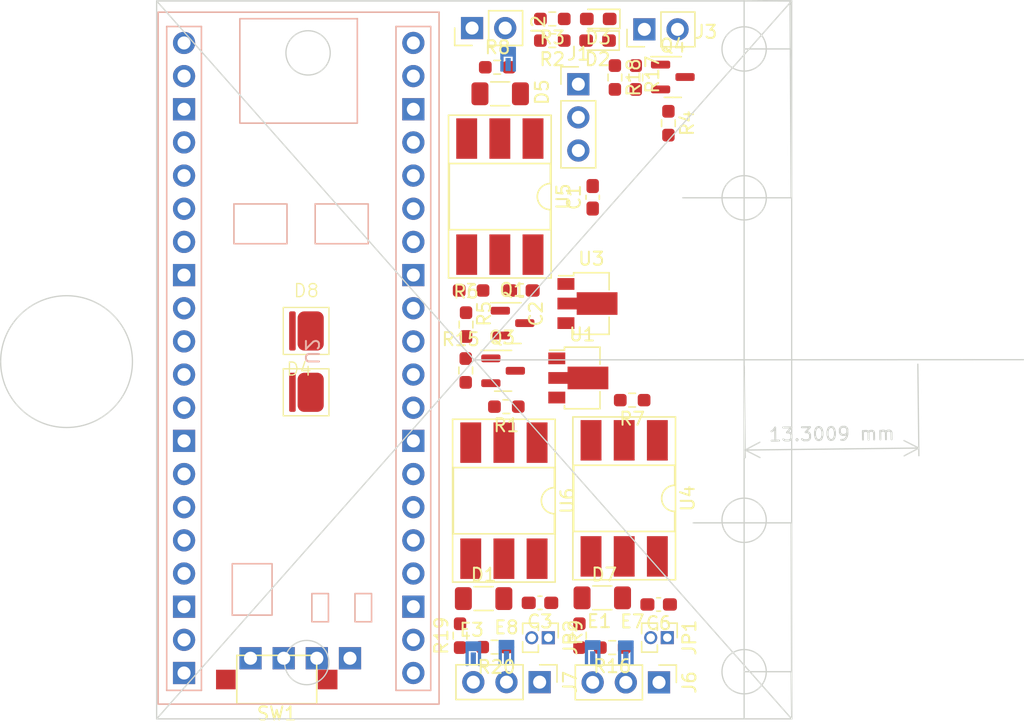
<source format=kicad_pcb>
(kicad_pcb (version 20221018) (generator pcbnew)
  (layers (0 "F.Cu" signal) (31 "B.Cu" signal) (34 "B.Paste" user) (35 "F.Paste" user) (36 "B.SilkS" user "B.Silkscreen") (37 "F.SilkS" user "F.Silkscreen") (38 "B.Mask" user) (39 "F.Mask" user) (44 "Edge.Cuts" user))
  (net 0 "")
  (net 1 "USER_BUTTON")
  (net 2 "GND")
  (net 3 "+3.3V")
  (net 4 "+5F")
  (net 5 "GND1")
  (net 6 "Net-(D1-A1)")
  (net 7 "GND2")
  (net 8 "Net-(D2-A)")
  (net 9 "Net-(D3-A)")
  (net 10 "Net-(D4-A)")
  (net 11 "Net-(D5-A1)")
  (net 12 "Net-(D7-A1)")
  (net 13 "Net-(D8-A)")
  (net 14 "Net-(J2-Pin_2)")
  (net 15 "Net-(J6-Pin_2)")
  (net 16 "Net-(J7-Pin_2)")
  (net 17 "Net-(J3-Pin_1)")
  (net 18 "Net-(J6-Pin_1)")
  (net 19 "Net-(J7-Pin_1)")
  (net 20 "DOTS_PROJECTOR_2")
  (net 21 "+5V")
  (net 22 "Net-(Q1-D)")
  (net 23 "DOTS_PROJECTOR_1")
  (net 24 "Net-(Q3-D)")
  (net 25 "LESER_LINE")
  (net 26 "Net-(Q4-D)")
  (net 27 "Net-(R1-Pad1)")
  (net 28 "TRIG_OUTPUT_2")
  (net 29 "LED_2")
  (net 30 "LED_1")
  (net 31 "TRIG_INPUT")
  (net 32 "Net-(R7-Pad1)")
  (net 33 "TRIG_OUTPUT_1")
  (footprint "Resistor_SMD:R_1206_3216Metric_Pad1.30x1.75mm_HandSolder" (layer "F.Cu") (at 97.636 115.443)
    (fp_text reference "D7" (at 0.153 -1.778) (layer "F.SilkS"))
    (fp_text value "CDSOD323-T05C" hide)
    (fp_line (start -0.727064 -0.91) (end 0.727064 -0.91) (stroke (width 0.12)) (layer "F.SilkS"))
    (fp_line (start -0.727064 0.91) (end 0.727064 0.91) (stroke (width 0.12)) (layer "F.SilkS"))
    (pad "1" smd roundrect (at -1.55 0) (size 1.3 1.75) (layers "F.Cu" "F.Paste" "F.Mask") (roundrect_rratio 0.192308) (net 12 "Net-(D7-A1)"))
    (pad "2" smd roundrect (at 1.55 0) (size 1.3 1.75) (layers "F.Cu" "F.Paste" "F.Mask") (roundrect_rratio 0.192308) (net 7 "GND2"))
  )
  (footprint "Package_DIP:DIP-6_W8.89mm_SMDSocket_LongPads" (layer "F.Cu") (at 99.313 107.823 -90)
    (fp_text reference "U4" (at 0 -4.87 90) (layer "F.SilkS"))
    (fp_text value "H11L2" hide)
    (fp_line (start -6.235 -3.93) (end -6.235 3.93) (stroke (width 0.12)) (layer "F.SilkS"))
    (fp_line (start -6.235 3.93) (end 6.235 3.93) (stroke (width 0.12)) (layer "F.SilkS"))
    (fp_line (start -2.535 -3.87) (end -2.535 3.87) (stroke (width 0.12)) (layer "F.SilkS"))
    (fp_line (start -2.535 3.87) (end 2.535 3.87) (stroke (width 0.12)) (layer "F.SilkS"))
    (fp_line (start -1 -3.87) (end -2.535 -3.87) (stroke (width 0.12)) (layer "F.SilkS"))
    (fp_line (start 2.535 -3.87) (end 1 -3.87) (stroke (width 0.12)) (layer "F.SilkS"))
    (fp_line (start 2.535 3.87) (end 2.535 -3.87) (stroke (width 0.12)) (layer "F.SilkS"))
    (fp_line (start 6.235 -3.93) (end -6.235 -3.93) (stroke (width 0.12)) (layer "F.SilkS"))
    (fp_line (start 6.235 3.93) (end 6.235 -3.93) (stroke (width 0.12)) (layer "F.SilkS"))
    (fp_arc (start 1 -3.87) (mid 0 -2.87) (end -1 -3.87) (stroke (width 0.12)) (layer "F.SilkS"))
    (pad "1" smd rect (at -4.445 -2.54 270) (size 3.1 1.6) (layers "F.Cu" "F.Paste" "F.Mask") (net 32 "Net-(R7-Pad1)"))
    (pad "2" smd rect (at -4.445 0 270) (size 3.1 1.6) (layers "F.Cu" "F.Paste" "F.Mask") (net 2 "GND"))
    (pad "3" smd rect (at -4.445 2.54 270) (size 3.1 1.6) (layers "F.Cu" "F.Paste" "F.Mask"))
    (pad "4" smd rect (at 4.445 2.54 270) (size 3.1 1.6) (layers "F.Cu" "F.Paste" "F.Mask") (net 12 "Net-(D7-A1)"))
    (pad "5" smd rect (at 4.445 0 270) (size 3.1 1.6) (layers "F.Cu" "F.Paste" "F.Mask") (net 7 "GND2"))
    (pad "6" smd rect (at 4.445 -2.54 270) (size 3.1 1.6) (layers "F.Cu" "F.Paste" "F.Mask") (net 4 "+5F"))
  )
  (footprint "LED_SMD:LED_0603_1608Metric_Pad1.05x0.95mm_HandSolder" (layer "F.Cu") (at 97.275 72.759 180)
    (fp_text reference "D2" (at 0 -1.43) (layer "F.SilkS"))
    (fp_text value "LED" hide)
    (fp_line (start -1.66 -0.735) (end -1.66 0.735) (stroke (width 0.12)) (layer "F.SilkS"))
    (fp_line (start -1.66 0.735) (end 0.8 0.735) (stroke (width 0.12)) (layer "F.SilkS"))
    (fp_line (start 0.8 -0.735) (end -1.66 -0.735) (stroke (width 0.12)) (layer "F.SilkS"))
    (pad "1" smd roundrect (at -0.875 0 180) (size 1.05 0.95) (layers "F.Cu" "F.Paste" "F.Mask") (net 2 "GND"))
    (pad "2" smd roundrect (at 0.875 0 180) (size 1.05 0.95) (layers "F.Cu" "F.Paste" "F.Mask") (net 8 "Net-(D2-A)"))
  )
  (footprint "footprint_library:BELICE-850" (layer "F.Cu") (at 77.3 98.2)
    (fp_text reference "D8" (at -2.335 -6.289 unlocked) (layer "F.SilkS") (effects (font (thickness 0.1))))
    (fp_text value "BELICE-850" hide)
    (fp_line (start -4.1 -5) (end -4.1 -4.9) (stroke (width 0.1)) (layer "F.SilkS"))
    (fp_line (start -4.1 -4.9) (end -4.1 -1.4) (stroke (width 0.1)) (layer "F.SilkS"))
    (fp_line (start -4.1 -1.4) (end -0.6 -1.4) (stroke (width 0.1)) (layer "F.SilkS"))
    (fp_line (start -0.6 -5) (end -4.1 -5) (stroke (width 0.1)) (layer "F.SilkS"))
    (fp_line (start -0.6 -1.4) (end -0.6 -5) (stroke (width 0.1)) (layer "F.SilkS"))
    (pad "1" smd roundrect (at -2 -3.2) (size 2 3) (layers "F.Cu" "F.Paste" "F.Mask") (net 2 "GND"))
    (pad "2" smd roundrect (at -3.4 -3.2) (size 0.5 3) (layers "F.Cu" "F.Paste" "F.Mask") (net 13 "Net-(D8-A)"))
  )
  (footprint "Capacitor_SMD:C_0603_1608Metric_Pad1.08x0.95mm_HandSolder" (layer "F.Cu") (at 91.4375 91.9 180)
    (fp_text reference "C2" (at -1.1165 -1.778 90) (layer "F.SilkS"))
    (fp_text value "0.1uF" hide)
    (fp_line (start -0.146267 -0.51) (end 0.146267 -0.51) (stroke (width 0.12)) (layer "F.SilkS"))
    (fp_line (start -0.146267 0.51) (end 0.146267 0.51) (stroke (width 0.12)) (layer "F.SilkS"))
    (pad "1" smd roundrect (at -0.8625 0 180) (size 1.075 0.95) (layers "F.Cu" "F.Paste" "F.Mask") (net 3 "+3.3V"))
    (pad "2" smd roundrect (at 0.8625 0 180) (size 1.075 0.95) (layers "F.Cu" "F.Paste" "F.Mask") (net 2 "GND"))
  )
  (footprint "Resistor_SMD:R_0603_1608Metric_Pad0.98x0.95mm_HandSolder" (layer "F.Cu") (at 89.5875 74.803)
    (fp_text reference "R8" (at 0.0235 -1.524) (layer "F.SilkS"))
    (fp_text value "240" hide)
    (fp_line (start -0.254724 -0.5225) (end 0.254724 -0.5225) (stroke (width 0.12)) (layer "F.SilkS"))
    (fp_line (start -0.254724 0.5225) (end 0.254724 0.5225) (stroke (width 0.12)) (layer "F.SilkS"))
    (pad "1" smd roundrect (at -0.9125 0) (size 0.975 0.95) (layers "F.Cu" "F.Paste" "F.Mask") (net 14 "Net-(J2-Pin_2)"))
    (pad "2" smd roundrect (at 0.9125 0) (size 0.975 0.95) (layers "F.Cu" "F.Paste" "F.Mask") (net 11 "Net-(D5-A1)"))
  )
  (footprint "Resistor_SMD:R_0603_1608Metric_Pad0.98x0.95mm_HandSolder" (layer "F.Cu") (at 89.3845 119.215 180)
    (fp_text reference "R20" (at -0.1505 -1.524) (layer "F.SilkS"))
    (fp_text value "100" hide)
    (fp_line (start -0.254724 -0.5225) (end 0.254724 -0.5225) (stroke (width 0.12)) (layer "F.SilkS"))
    (fp_line (start -0.254724 0.5225) (end 0.254724 0.5225) (stroke (width 0.12)) (layer "F.SilkS"))
    (pad "1" smd roundrect (at -0.9125 0 180) (size 0.975 0.95) (layers "F.Cu" "F.Paste" "F.Mask") (net 16 "Net-(J7-Pin_2)"))
    (pad "2" smd roundrect (at 0.9125 0 180) (size 0.975 0.95) (layers "F.Cu" "F.Paste" "F.Mask") (net 6 "Net-(D1-A1)"))
  )
  (footprint "Resistor_SMD:R_1206_3216Metric_Pad1.30x1.75mm_HandSolder" (layer "F.Cu") (at 89.815 76.835 180)
    (fp_text reference "D5" (at -3.201 0.127 90) (layer "F.SilkS"))
    (fp_text value "CDSOD323-T05C" hide)
    (fp_line (start -0.727064 -0.91) (end 0.727064 -0.91) (stroke (width 0.12)) (layer "F.SilkS"))
    (fp_line (start -0.727064 0.91) (end 0.727064 0.91) (stroke (width 0.12)) (layer "F.SilkS"))
    (pad "1" smd roundrect (at -1.55 0 180) (size 1.3 1.75) (layers "F.Cu" "F.Paste" "F.Mask") (roundrect_rratio 0.192308) (net 11 "Net-(D5-A1)"))
    (pad "2" smd roundrect (at 1.55 0 180) (size 1.3 1.75) (layers "F.Cu" "F.Paste" "F.Mask") (roundrect_rratio 0.192308) (net 5 "GND1"))
  )
  (footprint "Package_TO_SOT_SMD:SOT-89-3" (layer "F.Cu") (at 96.8 92.9)
    (fp_text reference "U3" (at 0 -3.429) (layer "F.SilkS"))
    (fp_text value "AMC7135" hide)
    (fp_line (start -2.5 -2.13) (end -1.36 -2.13) (stroke (width 0.12)) (layer "F.SilkS"))
    (fp_line (start -1.36 -2.36) (end -1.36 -2.13) (stroke (width 0.12)) (layer "F.SilkS"))
    (fp_line (start -1.36 -2.36) (end 1.36 -2.36) (stroke (width 0.12)) (layer "F.SilkS"))
    (fp_line (start -1.36 2.36) (end -1.36 2.13) (stroke (width 0.12)) (layer "F.SilkS"))
    (fp_line (start 1.36 -2.36) (end 1.36 -1.05) (stroke (width 0.12)) (layer "F.SilkS"))
    (fp_line (start 1.36 1.05) (end 1.36 2.36) (stroke (width 0.12)) (layer "F.SilkS"))
    (fp_line (start 1.36 2.36) (end -1.36 2.36) (stroke (width 0.12)) (layer "F.SilkS"))
    (pad "1" smd rect (at -1.95 -1.5) (size 1.3 0.9) (layers "F.Cu" "F.Paste" "F.Mask") (net 13 "Net-(D8-A)"))
    (pad "2" smd custom (at -1.8625 0) (size 1.475 0.9) (layers "F.Cu" "F.Paste" "F.Mask") (net 2 "GND") (options (clearance outline) (anchor rect)) (primitives (gr_poly (pts (xy 3.8625 0.8665) (xy 0.7375 0.8665) (xy 0.7375 -0.8665) (xy 3.8625 -0.8665)) (width 0) (fill yes))))
    (pad "3" smd rect (at -1.95 1.5) (size 1.3 0.9) (layers "F.Cu" "F.Paste" "F.Mask") (net 22 "Net-(Q1-D)"))
  )
  (footprint "Resistor_SMD:R_0603_1608Metric_Pad0.98x0.95mm_HandSolder" (layer "F.Cu") (at 93.8065 72.759 180)
    (fp_text reference "R2" (at 0 -1.43) (layer "F.SilkS"))
    (fp_text value "300" hide)
    (fp_line (start -0.254724 -0.5225) (end 0.254724 -0.5225) (stroke (width 0.12)) (layer "F.SilkS"))
    (fp_line (start -0.254724 0.5225) (end 0.254724 0.5225) (stroke (width 0.12)) (layer "F.SilkS"))
    (pad "1" smd roundrect (at -0.9125 0 180) (size 0.975 0.95) (layers "F.Cu" "F.Paste" "F.Mask") (net 8 "Net-(D2-A)"))
    (pad "2" smd roundrect (at 0.9125 0 180) (size 0.975 0.95) (layers "F.Cu" "F.Paste" "F.Mask") (net 29 "LED_2"))
  )
  (footprint "Connector_PinHeader_2.54mm:PinHeader_1x03_P2.54mm_Vertical" (layer "F.Cu") (at 95.8 76.1)
    (fp_text reference "J1" (at 0 -2.33) (layer "F.SilkS"))
    (fp_text value "GND" hide)
    (fp_line (start -1.33 -1.33) (end 0 -1.33) (stroke (width 0.12)) (layer "F.SilkS"))
    (fp_line (start -1.33 0) (end -1.33 -1.33) (stroke (width 0.12)) (layer "F.SilkS"))
    (fp_line (start -1.33 1.27) (end -1.33 6.41) (stroke (width 0.12)) (layer "F.SilkS"))
    (fp_line (start -1.33 1.27) (end 1.33 1.27) (stroke (width 0.12)) (layer "F.SilkS"))
    (fp_line (start -1.33 6.41) (end 1.33 6.41) (stroke (width 0.12)) (layer "F.SilkS"))
    (fp_line (start 1.33 1.27) (end 1.33 6.41) (stroke (width 0.12)) (layer "F.SilkS"))
    (pad "1" thru_hole rect (at 0 0) (size 1.7 1.7) (drill 1) (layers "*.Cu" "*.Mask") (net 2 "GND"))
    (pad "2" thru_hole oval (at 0 2.54) (size 1.7 1.7) (drill 1) (layers "*.Cu" "*.Mask") (net 2 "GND"))
    (pad "3" thru_hole oval (at 0 5.08) (size 1.7 1.7) (drill 1) (layers "*.Cu" "*.Mask") (net 2 "GND"))
  )
  (footprint "footprint_library:SparkGap" (layer "F.Cu") (at 87.757 119.323)
    (fp_text reference "E3" (at -0.127 -1.4288) (layer "F.SilkS"))
    (fp_text value "SparkGap" hide)
    (fp_poly (pts (xy -0.4 1.3) (xy -0.55 1.3) (xy -0.55 0) (xy -0.4 0)) (stroke (width 0.1)) (fill solid) (layer "B.Cu"))
    (fp_poly (pts (xy 0.4572 0.1524) (xy -0.4064 0.1524) (xy -0.4064 -0.0508) (xy 0.4572 -0.0508)) (stroke (width 0.1)) (fill solid) (layer "B.Cu"))
    (fp_poly (pts (xy 0.55 0) (xy -0.55 0) (xy -0.55 -0.5) (xy 0.55 -0.5)) (stroke (width 0.1)) (fill solid) (layer "B.Cu"))
    (fp_poly (pts (xy 0.55 1.3) (xy 0.4 1.3) (xy 0.4 0) (xy 0.55 0)) (stroke (width 0.1)) (fill solid) (layer "B.Cu"))
    (pad "1" smd rect (at 0 0.8) (size 0.4 1) (layers "B.Cu" "B.Mask") (net 7 "GND2"))
    (pad "2" smd rect (at 0 -0.2032) (size 0.4 0.3) (layers "B.Cu") (net 4 "+5F"))
  )
  (footprint "Resistor_SMD:R_0603_1608Metric_Pad0.98x0.95mm_HandSolder" (layer "F.Cu") (at 90.2875 100.8 180)
    (fp_text reference "R1" (at 0 -1.43) (layer "F.SilkS"))
    (fp_text value "220" hide)
    (fp_line (start -0.254724 -0.5225) (end 0.254724 -0.5225) (stroke (width 0.12)) (layer "F.SilkS"))
    (fp_line (start -0.254724 0.5225) (end 0.254724 0.5225) (stroke (width 0.12)) (layer "F.SilkS"))
    (pad "1" smd roundrect (at -0.9125 0 180) (size 0.975 0.95) (layers "F.Cu" "F.Paste" "F.Mask") (net 27 "Net-(R1-Pad1)"))
    (pad "2" smd roundrect (at 0.9125 0 180) (size 0.975 0.95) (layers "F.Cu" "F.Paste" "F.Mask") (net 28 "TRIG_OUTPUT_2"))
  )
  (footprint "Package_TO_SOT_SMD:SOT-23" (layer "F.Cu") (at 90.7625 94.4)
    (fp_text reference "Q1" (at 0 -2.54) (layer "F.SilkS"))
    (fp_text value "FDN358P" hide)
    (fp_line (start 0 -1.56) (end -1.675 -1.56) (stroke (width 0.12)) (layer "F.SilkS"))
    (fp_line (start 0 -1.56) (end 0.65 -1.56) (stroke (width 0.12)) (layer "F.SilkS"))
    (fp_line (start 0 1.56) (end -0.65 1.56) (stroke (width 0.12)) (layer "F.SilkS"))
    (fp_line (start 0 1.56) (end 0.65 1.56) (stroke (width 0.12)) (layer "F.SilkS"))
    (pad "1" smd roundrect (at -0.9375 -0.95) (size 1.475 0.6) (layers "F.Cu" "F.Paste" "F.Mask") (net 20 "DOTS_PROJECTOR_2"))
    (pad "2" smd roundrect (at -0.9375 0.95) (size 1.475 0.6) (layers "F.Cu" "F.Paste" "F.Mask") (net 21 "+5V"))
    (pad "3" smd roundrect (at 0.9375 0) (size 1.475 0.6) (layers "F.Cu" "F.Paste" "F.Mask") (net 22 "Net-(Q1-D)"))
  )
  (footprint "Resistor_SMD:R_0603_1608Metric_Pad0.98x0.95mm_HandSolder" (layer "F.Cu") (at 98.4005 119.253 180)
    (fp_text reference "R16" (at 0 -1.43) (layer "F.SilkS"))
    (fp_text value "100" hide)
    (fp_line (start -0.254724 -0.5225) (end 0.254724 -0.5225) (stroke (width 0.12)) (layer "F.SilkS"))
    (fp_line (start -0.254724 0.5225) (end 0.254724 0.5225) (stroke (width 0.12)) (layer "F.SilkS"))
    (pad "1" smd roundrect (at -0.9125 0 180) (size 0.975 0.95) (layers "F.Cu" "F.Paste" "F.Mask") (net 15 "Net-(J6-Pin_2)"))
    (pad "2" smd roundrect (at 0.9125 0 180) (size 0.975 0.95) (layers "F.Cu" "F.Paste" "F.Mask") (net 12 "Net-(D7-A1)"))
  )
  (footprint "footprint_library:SparkGap" (layer "F.Cu") (at 96.9 119.234)
    (fp_text reference "E1" (at 0.5 -2) (layer "F.SilkS"))
    (fp_text value "SparkGap" hide)
    (fp_poly (pts (xy -0.4 1.3) (xy -0.55 1.3) (xy -0.55 0) (xy -0.4 0)) (stroke (width 0.1)) (fill solid) (layer "B.Cu"))
    (fp_poly (pts (xy 0.4572 0.1524) (xy -0.4064 0.1524) (xy -0.4064 -0.0508) (xy 0.4572 -0.0508)) (stroke (width 0.1)) (fill solid) (layer "B.Cu"))
    (fp_poly (pts (xy 0.55 0) (xy -0.55 0) (xy -0.55 -0.5) (xy 0.55 -0.5)) (stroke (width 0.1)) (fill solid) (layer "B.Cu"))
    (fp_poly (pts (xy 0.55 1.3) (xy 0.4 1.3) (xy 0.4 0) (xy 0.55 0)) (stroke (width 0.1)) (fill solid) (layer "B.Cu"))
    (pad "1" smd rect (at 0 0.8) (size 0.4 1) (layers "B.Cu" "B.Mask") (net 7 "GND2"))
    (pad "2" smd rect (at 0 -0.2032) (size 0.4 0.3) (layers "B.Cu") (net 4 "+5F"))
  )
  (footprint "Package_DIP:DIP-6_W8.89mm_SMDSocket_LongPads" (layer "F.Cu") (at 90.1 108 -90)
    (fp_text reference "U6" (at 0 -4.87 90) (layer "F.SilkS"))
    (fp_text value "H11L2" hide)
    (fp_line (start -6.235 -3.93) (end -6.235 3.93) (stroke (width 0.12)) (layer "F.SilkS"))
    (fp_line (start -6.235 3.93) (end 6.235 3.93) (stroke (width 0.12)) (layer "F.SilkS"))
    (fp_line (start -2.535 -3.87) (end -2.535 3.87) (stroke (width 0.12)) (layer "F.SilkS"))
    (fp_line (start -2.535 3.87) (end 2.535 3.87) (stroke (width 0.12)) (layer "F.SilkS"))
    (fp_line (start -1 -3.87) (end -2.535 -3.87) (stroke (width 0.12)) (layer "F.SilkS"))
    (fp_line (start 2.535 -3.87) (end 1 -3.87) (stroke (width 0.12)) (layer "F.SilkS"))
    (fp_line (start 2.535 3.87) (end 2.535 -3.87) (stroke (width 0.12)) (layer "F.SilkS"))
    (fp_line (start 6.235 -3.93) (end -6.235 -3.93) (stroke (width 0.12)) (layer "F.SilkS"))
    (fp_line (start 6.235 3.93) (end 6.235 -3.93) (stroke (width 0.12)) (layer "F.SilkS"))
    (fp_arc (start 1 -3.87) (mid 0 -2.87) (end -1 -3.87) (stroke (width 0.12)) (layer "F.SilkS"))
    (pad "1" smd rect (at -4.445 -2.54 270) (size 3.1 1.6) (layers "F.Cu" "F.Paste" "F.Mask") (net 27 "Net-(R1-Pad1)"))
    (pad "2" smd rect (at -4.445 0 270) (size 3.1 1.6) (layers "F.Cu" "F.Paste" "F.Mask") (net 2 "GND"))
    (pad "3" smd rect (at -4.445 2.54 270) (size 3.1 1.6) (layers "F.Cu" "F.Paste" "F.Mask"))
    (pad "4" smd rect (at 4.445 2.54 270) (size 3.1 1.6) (layers "F.Cu" "F.Paste" "F.Mask") (net 6 "Net-(D1-A1)"))
    (pad "5" smd rect (at 4.445 0 270) (size 3.1 1.6) (layers "F.Cu" "F.Paste" "F.Mask") (net 7 "GND2"))
    (pad "6" smd rect (at 4.445 -2.54 270) (size 3.1 1.6) (layers "F.Cu" "F.Paste" "F.Mask") (net 4 "+5F"))
  )
  (footprint "Resistor_SMD:R_0603_1608Metric_Pad0.98x0.95mm_HandSolder" (layer "F.Cu") (at 93.8065 71.1 180)
    (fp_text reference "R3" (at 0 -1.43) (layer "F.SilkS"))
    (fp_text value "300" hide)
    (fp_line (start -0.254724 -0.5225) (end 0.254724 -0.5225) (stroke (width 0.12)) (layer "F.SilkS"))
    (fp_line (start -0.254724 0.5225) (end 0.254724 0.5225) (stroke (width 0.12)) (layer "F.SilkS"))
    (pad "1" smd roundrect (at -0.9125 0 180) (size 0.975 0.95) (layers "F.Cu" "F.Paste" "F.Mask") (net 9 "Net-(D3-A)"))
    (pad "2" smd roundrect (at 0.9125 0 180) (size 0.975 0.95) (layers "F.Cu" "F.Paste" "F.Mask") (net 30 "LED_1"))
  )
  (footprint "Resistor_SMD:R_0603_1608Metric_Pad0.98x0.95mm_HandSolder" (layer "F.Cu") (at 100.2 75.5875 -90)
    (fp_text reference "R17" (at -0.2305 -1.27 -270) (layer "F.SilkS"))
    (fp_text value "9k" hide)
    (fp_line (start -0.254724 -0.5225) (end 0.254724 -0.5225) (stroke (width 0.12)) (layer "F.SilkS"))
    (fp_line (start -0.254724 0.5225) (end 0.254724 0.5225) (stroke (width 0.12)) (layer "F.SilkS"))
    (pad "1" smd roundrect (at -0.9125 0 270) (size 0.975 0.95) (layers "F.Cu" "F.Paste" "F.Mask") (net 25 "LESER_LINE"))
    (pad "2" smd roundrect (at 0.9125 0 270) (size 0.975 0.95) (layers "F.Cu" "F.Paste" "F.Mask") (net 3 "+3.3V"))
  )
  (footprint "Resistor_SMD:R_0603_1608Metric_Pad0.98x0.95mm_HandSolder" (layer "F.Cu") (at 86.741 118.3405 90)
    (fp_text reference "R19" (at 0 -1.43 90) (layer "F.SilkS"))
    (fp_text value "270" hide)
    (fp_line (start -0.254724 -0.5225) (end 0.254724 -0.5225) (stroke (width 0.12)) (layer "F.SilkS"))
    (fp_line (start -0.254724 0.5225) (end 0.254724 0.5225) (stroke (width 0.12)) (layer "F.SilkS"))
    (pad "1" smd roundrect (at -0.9125 0 90) (size 0.975 0.95) (layers "F.Cu" "F.Paste" "F.Mask") (net 4 "+5F"))
    (pad "2" smd roundrect (at 0.9125 0 90) (size 0.975 0.95) (layers "F.Cu" "F.Paste" "F.Mask") (net 6 "Net-(D1-A1)"))
  )
  (footprint "Connector_PinHeader_1.27mm:PinHeader_1x02_P1.27mm_Vertical" (layer "F.Cu") (at 102.615 118.491 -90)
    (fp_text reference "JP1" (at 0 -1.695 90) (layer "F.SilkS"))
    (fp_text value "GND_2" hide)
    (fp_line (start -1.11 -0.76) (end 0 -0.76) (stroke (width 0.12)) (layer "F.SilkS"))
    (fp_line (start -1.11 0) (end -1.11 -0.76) (stroke (width 0.12)) (layer "F.SilkS"))
    (fp_line (start -1.11 0.76) (end -1.11 1.965) (stroke (width 0.12)) (layer "F.SilkS"))
    (fp_line (start -1.11 0.76) (end -0.563471 0.76) (stroke (width 0.12)) (layer "F.SilkS"))
    (fp_line (start -1.11 1.965) (end -0.30753 1.965) (stroke (width 0.12)) (layer "F.SilkS"))
    (fp_line (start 0.30753 1.965) (end 1.11 1.965) (stroke (width 0.12)) (layer "F.SilkS"))
    (fp_line (start 0.563471 0.76) (end 1.11 0.76) (stroke (width 0.12)) (layer "F.SilkS"))
    (fp_line (start 1.11 0.76) (end 1.11 1.965) (stroke (width 0.12)) (layer "F.SilkS"))
    (pad "1" thru_hole rect (at 0 0 270) (size 1 1) (drill 0.65) (layers "*.Cu" "*.Mask") (net 18 "Net-(J6-Pin_1)"))
    (pad "2" thru_hole oval (at 0 1.27 270) (size 1 1) (drill 0.65) (layers "*.Cu" "*.Mask") (net 7 "GND2"))
  )
  (footprint "Package_DIP:DIP-6_W8.89mm_SMDSocket_LongPads" (layer "F.Cu") (at 89.789 84.709 -90)
    (fp_text reference "U5" (at 0 -4.87 90) (layer "F.SilkS"))
    (fp_text value "H11L2" hide)
    (fp_line (start -6.235 -3.93) (end -6.235 3.93) (stroke (width 0.12)) (layer "F.SilkS"))
    (fp_line (start -6.235 3.93) (end 6.235 3.93) (stroke (width 0.12)) (layer "F.SilkS"))
    (fp_line (start -2.535 -3.87) (end -2.535 3.87) (stroke (width 0.12)) (layer "F.SilkS"))
    (fp_line (start -2.535 3.87) (end 2.535 3.87) (stroke (width 0.12)) (layer "F.SilkS"))
    (fp_line (start -1 -3.87) (end -2.535 -3.87) (stroke (width 0.12)) (layer "F.SilkS"))
    (fp_line (start 2.535 -3.87) (end 1 -3.87) (stroke (width 0.12)) (layer "F.SilkS"))
    (fp_line (start 2.535 3.87) (end 2.535 -3.87) (stroke (width 0.12)) (layer "F.SilkS"))
    (fp_line (start 6.235 -3.93) (end -6.235 -3.93) (stroke (width 0.12)) (layer "F.SilkS"))
    (fp_line (start 6.235 3.93) (end 6.235 -3.93) (stroke (width 0.12)) (layer "F.SilkS"))
    (fp_arc (start 1 -3.87) (mid 0 -2.87) (end -1 -3.87) (stroke (width 0.12)) (layer "F.SilkS"))
    (pad "1" smd rect (at -4.445 -2.54 270) (size 3.1 1.6) (layers "F.Cu" "F.Paste" "F.Mask") (net 11 "Net-(D5-A1)"))
    (pad "2" smd rect (at -4.445 0 270) (size 3.1 1.6) (layers "F.Cu" "F.Paste" "F.Mask") (net 5 "GND1"))
    (pad "3" smd rect (at -4.445 2.54 270) (size 3.1 1.6) (layers "F.Cu" "F.Paste" "F.Mask"))
    (pad "4" smd rect (at 4.445 2.54 270) (size 3.1 1.6) (layers "F.Cu" "F.Paste" "F.Mask") (net 31 "TRIG_INPUT"))
    (pad "5" smd rect (at 4.445 0 270) (size 3.1 1.6) (layers "F.Cu" "F.Paste" "F.Mask") (net 2 "GND"))
    (pad "6" smd rect (at 4.445 -2.54 270) (size 3.1 1.6) (layers "F.Cu" "F.Paste" "F.Mask") (net 3 "+3.3V"))
  )
  (footprint "Package_TO_SOT_SMD:SOT-23" (layer "F.Cu") (at 90.0375 98.05)
    (fp_text reference "Q3" (at -0.0785 -2.54) (layer "F.SilkS"))
    (fp_text value "FDN358P" hide)
    (fp_line (start 0 -1.56) (end -1.675 -1.56) (stroke (width 0.12)) (layer "F.SilkS"))
    (fp_line (start 0 -1.56) (end 0.65 -1.56) (stroke (width 0.12)) (layer "F.SilkS"))
    (fp_line (start 0 1.56) (end -0.65 1.56) (stroke (width 0.12)) (layer "F.SilkS"))
    (fp_line (start 0 1.56) (end 0.65 1.56) (stroke (width 0.12)) (layer "F.SilkS"))
    (pad "1" smd roundrect (at -0.9375 -0.95) (size 1.475 0.6) (layers "F.Cu" "F.Paste" "F.Mask") (net 23 "DOTS_PROJECTOR_1"))
    (pad "2" smd roundrect (at -0.9375 0.95) (size 1.475 0.6) (layers "F.Cu" "F.Paste" "F.Mask") (net 21 "+5V"))
    (pad "3" smd roundrect (at 0.9375 0) (size 1.475 0.6) (layers "F.Cu" "F.Paste" "F.Mask") (net 24 "Net-(Q3-D)"))
  )
  (footprint "Connector_PinHeader_2.54mm:PinHeader_1x02_P2.54mm_Vertical" (layer "F.Cu") (at 100.86 71.9 90)
    (fp_text reference "J3" (at -0.1935 4.718) (layer "F.SilkS"))
    (fp_text value "Laser" hide)
    (fp_line (start -1.33 -1.33) (end 0 -1.33) (stroke (width 0.12)) (layer "F.SilkS"))
    (fp_line (start -1.33 0) (end -1.33 -1.33) (stroke (width 0.12)) (layer "F.SilkS"))
    (fp_line (start -1.33 1.27) (end -1.33 3.87) (stroke (width 0.12)) (layer "F.SilkS"))
    (fp_line (start -1.33 1.27) (end 1.33 1.27) (stroke (width 0.12)) (layer "F.SilkS"))
    (fp_line (start -1.33 3.87) (end 1.33 3.87) (stroke (width 0.12)) (layer "F.SilkS"))
    (fp_line (start 1.33 1.27) (end 1.33 3.87) (stroke (width 0.12)) (layer "F.SilkS"))
    (pad "1" thru_hole rect (at 0 0 90) (size 1.7 1.7) (drill 1) (layers "*.Cu" "*.Mask") (net 17 "Net-(J3-Pin_1)"))
    (pad "2" thru_hole oval (at 0 2.54 90) (size 1.7 1.7) (drill 1) (layers "*.Cu" "*.Mask") (net 2 "GND"))
  )
  (footprint "footprint_library:SparkGap" (layer "F.Cu") (at 99.44 119.253)
    (fp_text reference "E7" (at 0.5 -2) (layer "F.SilkS"))
    (fp_text value "SparkGap" hide)
    (fp_poly (pts (xy -0.4 1.3) (xy -0.55 1.3) (xy -0.55 0) (xy -0.4 0)) (stroke (width 0.1)) (fill solid) (layer "B.Cu"))
    (fp_poly (pts (xy 0.4572 0.1524) (xy -0.4064 0.1524) (xy -0.4064 -0.0508) (xy 0.4572 -0.0508)) (stroke (width 0.1)) (fill solid) (layer "B.Cu"))
    (fp_poly (pts (xy 0.55 0) (xy -0.55 0) (xy -0.55 -0.5) (xy 0.55 -0.5)) (stroke (width 0.1)) (fill solid) (layer "B.Cu"))
    (fp_poly (pts (xy 0.55 1.3) (xy 0.4 1.3) (xy 0.4 0) (xy 0.55 0)) (stroke (width 0.1)) (fill solid) (layer "B.Cu"))
    (pad "1" smd rect (at 0 0.8) (size 0.4 1) (layers "B.Cu" "B.Mask") (net 7 "GND2"))
    (pad "2" smd rect (at 0 -0.2032) (size 0.4 0.3) (layers "B.Cu") (net 15 "Net-(J6-Pin_2)"))
  )
  (footprint "Resistor_SMD:R_0603_1608Metric_Pad0.98x0.95mm_HandSolder" (layer "F.Cu") (at 87.5875 91.9 180)
    (fp_text reference "R5" (at -0.9925 -1.778 90) (layer "F.SilkS"))
    (fp_text value "300" hide)
    (fp_line (start -0.254724 -0.5225) (end 0.254724 -0.5225) (stroke (width 0.12)) (layer "F.SilkS"))
    (fp_line (start -0.254724 0.5225) (end 0.254724 0.5225) (stroke (width 0.12)) (layer "F.SilkS"))
    (pad "1" smd roundrect (at -0.9125 0 180) (size 0.975 0.95) (layers "F.Cu" "F.Paste" "F.Mask") (net 3 "+3.3V"))
    (pad "2" smd roundrect (at 0.9125 0 180) (size 0.975 0.95) (layers "F.Cu" "F.Paste" "F.Mask") (net 31 "TRIG_INPUT"))
  )
  (footprint "footprint_library:SparkGap" (layer "F.Cu") (at 90.297 119.215)
    (fp_text reference "E8" (at 0 -1.505) (layer "F.SilkS"))
    (fp_text value "SparkGap" hide)
    (fp_poly (pts (xy -0.4 1.3) (xy -0.55 1.3) (xy -0.55 0) (xy -0.4 0)) (stroke (width 0.1)) (fill solid) (layer "B.Cu"))
    (fp_poly (pts (xy 0.4572 0.1524) (xy -0.4064 0.1524) (xy -0.4064 -0.0508) (xy 0.4572 -0.0508)) (stroke (width 0.1)) (fill solid) (layer "B.Cu"))
    (fp_poly (pts (xy 0.55 0) (xy -0.55 0) (xy -0.55 -0.5) (xy 0.55 -0.5)) (stroke (width 0.1)) (fill solid) (layer "B.Cu"))
    (fp_poly (pts (xy 0.55 1.3) (xy 0.4 1.3) (xy 0.4 0) (xy 0.55 0)) (stroke (width 0.1)) (fill solid) (layer "B.Cu"))
    (pad "1" smd rect (at 0 0.8) (size 0.4 1) (layers "B.Cu" "B.Mask") (net 7 "GND2"))
    (pad "2" smd rect (at 0 -0.2032) (size 0.4 0.3) (layers "B.Cu") (net 16 "Net-(J7-Pin_2)"))
  )
  (footprint "Resistor_SMD:R_0603_1608Metric_Pad0.98x0.95mm_HandSolder" (layer "F.Cu") (at 95.884 118.3405 90)
    (fp_text reference "R9" (at 0.254 -0.287 90) (layer "F.SilkS"))
    (fp_text value "270" hide)
    (fp_line (start -0.254724 -0.5225) (end 0.254724 -0.5225) (stroke (width 0.12)) (layer "F.SilkS"))
    (fp_line (start -0.254724 0.5225) (end 0.254724 0.5225) (stroke (width 0.12)) (layer "F.SilkS"))
    (pad "1" smd roundrect (at -0.9125 0 90) (size 0.975 0.95) (layers "F.Cu" "F.Paste" "F.Mask") (net 4 "+5F"))
    (pad "2" smd roundrect (at 0.9125 0 90) (size 0.975 0.95) (layers "F.Cu" "F.Paste" "F.Mask") (net 12 "Net-(D7-A1)"))
  )
  (footprint "Resistor_SMD:R_1206_3216Metric_Pad1.30x1.75mm_HandSolder" (layer "F.Cu") (at 88.545 115.5)
    (fp_text reference "D1" (at 0 -1.82) (layer "F.SilkS"))
    (fp_text value "CDSOD323-T05C" hide)
    (fp_line (start -0.727064 -0.91) (end 0.727064 -0.91) (stroke (width 0.12)) (layer "F.SilkS"))
    (fp_line (start -0.727064 0.91) (end 0.727064 0.91) (stroke (width 0.12)) (layer "F.SilkS"))
    (pad "1" smd roundrect (at -1.55 0) (size 1.3 1.75) (layers "F.Cu" "F.Paste" "F.Mask") (roundrect_rratio 0.192308) (net 6 "Net-(D1-A1)"))
    (pad "2" smd roundrect (at 1.55 0) (size 1.3 1.75) (layers "F.Cu" "F.Paste" "F.Mask") (roundrect_rratio 0.192308) (net 7 "GND2"))
  )
  (footprint "Connector_PinHeader_1.27mm:PinHeader_1x02_P1.27mm_Vertical" (layer "F.Cu") (at 93.5 118.5 -90)
    (fp_text reference "JP2" (at 0 -1.695 90) (layer "F.SilkS"))
    (fp_text value "GND_2" hide)
    (fp_line (start -1.11 -0.76) (end 0 -0.76) (stroke (width 0.12)) (layer "F.SilkS"))
    (fp_line (start -1.11 0) (end -1.11 -0.76) (stroke (width 0.12)) (layer "F.SilkS"))
    (fp_line (start -1.11 0.76) (end -1.11 1.965) (stroke (width 0.12)) (layer "F.SilkS"))
    (fp_line (start -1.11 0.76) (end -0.563471 0.76) (stroke (width 0.12)) (layer "F.SilkS"))
    (fp_line (start -1.11 1.965) (end -0.30753 1.965) (stroke (width 0.12)) (layer "F.SilkS"))
    (fp_line (start 0.30753 1.965) (end 1.11 1.965) (stroke (width 0.12)) (layer "F.SilkS"))
    (fp_line (start 0.563471 0.76) (end 1.11 0.76) (stroke (width 0.12)) (layer "F.SilkS"))
    (fp_line (start 1.11 0.76) (end 1.11 1.965) (stroke (width 0.12)) (layer "F.SilkS"))
    (pad "1" thru_hole rect (at 0 0 270) (size 1 1) (drill 0.65) (layers "*.Cu" "*.Mask") (net 19 "Net-(J7-Pin_1)"))
    (pad "2" thru_hole oval (at 0 1.27 270) (size 1 1) (drill 0.65) (layers "*.Cu" "*.Mask") (net 7 "GND2"))
  )
  (footprint "Package_TO_SOT_SMD:SOT-23" (layer "F.Cu") (at 103.0375 75.55)
    (fp_text reference "Q4" (at 0 -2.4) (layer "F.SilkS"))
    (fp_text value "FDN358P" hide)
    (fp_line (start 0 -1.56) (end -1.675 -1.56) (stroke (width 0.12)) (layer "F.SilkS"))
    (fp_line (start 0 -1.56) (end 0.65 -1.56) (stroke (width 0.12)) (layer "F.SilkS"))
    (fp_line (start 0 1.56) (end -0.65 1.56) (stroke (width 0.12)) (layer "F.SilkS"))
    (fp_line (start 0 1.56) (end 0.65 1.56) (stroke (width 0.12)) (layer "F.SilkS"))
    (pad "1" smd roundrect (at -0.9375 -0.95) (size 1.475 0.6) (layers "F.Cu" "F.Paste" "F.Mask") (net 25 "LESER_LINE"))
    (pad "2" smd roundrect (at -0.9375 0.95) (size 1.475 0.6) (layers "F.Cu" "F.Paste" "F.Mask") (net 3 "+3.3V"))
    (pad "3" smd roundrect (at 0.9375 0) (size 1.475 0.6) (layers "F.Cu" "F.Paste" "F.Mask") (net 26 "Net-(Q4-D)"))
  )
  (footprint "footprint_library:BELICE-850" (layer "F.Cu") (at 77.3 102.899)
    (fp_text reference "D4" (at -2.889 -4.978 unlocked) (layer "F.SilkS") (effects (font (thickness 0.1))))
    (fp_text value "BELICE-850" hide)
    (fp_line (start -4.1 -5) (end -4.1 -4.9) (stroke (width 0.1)) (layer "F.SilkS"))
    (fp_line (start -4.1 -4.9) (end -4.1 -1.4) (stroke (width 0.1)) (layer "F.SilkS"))
    (fp_line (start -4.1 -1.4) (end -0.6 -1.4) (stroke (width 0.1)) (layer "F.SilkS"))
    (fp_line (start -0.6 -5) (end -4.1 -5) (stroke (width 0.1)) (layer "F.SilkS"))
    (fp_line (start -0.6 -1.4) (end -0.6 -5) (stroke (width 0.1)) (layer "F.SilkS"))
    (pad "1" smd roundrect (at -2 -3.2) (size 2 3) (layers "F.Cu" "F.Paste" "F.Mask") (net 2 "GND"))
    (pad "2" smd roundrect (at -3.4 -3.2) (size 0.5 3) (layers "F.Cu" "F.Paste" "F.Mask") (net 10 "Net-(D4-A)"))
  )
  (footprint "Resistor_SMD:R_0603_1608Metric_Pad0.98x0.95mm_HandSolder" (layer "F.Cu") (at 102.7 79.0875 -90)
    (fp_text reference "R4" (at 0 -1.43 90) (layer "F.SilkS"))
    (fp_text value "10k" hide)
    (fp_line (start -0.254724 -0.5225) (end 0.254724 -0.5225) (stroke (width 0.12)) (layer "F.SilkS"))
    (fp_line (start -0.254724 0.5225) (end 0.254724 0.5225) (stroke (width 0.12)) (layer "F.SilkS"))
    (pad "1" smd roundrect (at -0.9125 0 270) (size 0.975 0.95) (layers "F.Cu" "F.Paste" "F.Mask") (net 3 "+3.3V"))
    (pad "2" smd roundrect (at 0.9125 0 270) (size 0.975 0.95) (layers "F.Cu" "F.Paste" "F.Mask") (net 1 "USER_BUTTON"))
  )
  (footprint "LED_SMD:LED_0603_1608Metric_Pad1.05x0.95mm_HandSolder" (layer "F.Cu") (at 97.325 71.1 180)
    (fp_text reference "D3" (at 0 -1.43) (layer "F.SilkS"))
    (fp_text value "LED" hide)
    (fp_line (start -1.66 -0.735) (end -1.66 0.735) (stroke (width 0.12)) (layer "F.SilkS"))
    (fp_line (start -1.66 0.735) (end 0.8 0.735) (stroke (width 0.12)) (layer "F.SilkS"))
    (fp_line (start 0.8 -0.735) (end -1.66 -0.735) (stroke (width 0.12)) (layer "F.SilkS"))
    (pad "1" smd roundrect (at -0.875 0 180) (size 1.05 0.95) (layers "F.Cu" "F.Paste" "F.Mask") (net 2 "GND"))
    (pad "2" smd roundrect (at 0.875 0 180) (size 1.05 0.95) (layers "F.Cu" "F.Paste" "F.Mask") (net 9 "Net-(D3-A)"))
  )
  (footprint "Connector_PinHeader_2.54mm:PinHeader_1x02_P2.54mm_Vertical" (layer "F.Cu") (at 87.66 71.8 90)
    (fp_text reference "J2" (at 0.127 5.08 90) (layer "F.SilkS"))
    (fp_text value "Projector 1" hide)
    (fp_line (start -1.33 -1.33) (end 0 -1.33) (stroke (width 0.12)) (layer "F.SilkS"))
    (fp_line (start -1.33 0) (end -1.33 -1.33) (stroke (width 0.12)) (layer "F.SilkS"))
    (fp_line (start -1.33 1.27) (end -1.33 3.87) (stroke (width 0.12)) (layer "F.SilkS"))
    (fp_line (start -1.33 1.27) (end 1.33 1.27) (stroke (width 0.12)) (layer "F.SilkS"))
    (fp_line (start -1.33 3.87) (end 1.33 3.87) (stroke (width 0.12)) (layer "F.SilkS"))
    (fp_line (start 1.33 1.27) (end 1.33 3.87) (stroke (width 0.12)) (layer "F.SilkS"))
    (pad "1" thru_hole rect (at 0 0 90) (size 1.7 1.7) (drill 1) (layers "*.Cu" "*.Mask") (net 5 "GND1"))
    (pad "2" thru_hole oval (at 0 2.54 90) (size 1.7 1.7) (drill 1) (layers "*.Cu" "*.Mask") (net 14 "Net-(J2-Pin_2)"))
  )
  (footprint "Connector_PinHeader_2.54mm:PinHeader_1x03_P2.54mm_Vertical" (layer "F.Cu") (at 101.98 121.92 -90)
    (fp_text reference "J6" (at 0 -2.33 90) (layer "F.SilkS"))
    (fp_text value "Camera 1" hide)
    (fp_line (start -1.33 -1.33) (end 0 -1.33) (stroke (width 0.12)) (layer "F.SilkS"))
    (fp_line (start -1.33 0) (end -1.33 -1.33) (stroke (width 0.12)) (layer "F.SilkS"))
    (fp_line (start -1.33 1.27) (end -1.33 6.41) (stroke (width 0.12)) (layer "F.SilkS"))
    (fp_line (start -1.33 1.27) (end 1.33 1.27) (stroke (width 0.12)) (layer "F.SilkS"))
    (fp_line (start -1.33 6.41) (end 1.33 6.41) (stroke (width 0.12)) (layer "F.SilkS"))
    (fp_line (start 1.33 1.27) (end 1.33 6.41) (stroke (width 0.12)) (layer "F.SilkS"))
    (pad "1" thru_hole rect (at 0 0 270) (size 1.7 1.7) (drill 1) (layers "*.Cu" "*.Mask") (net 18 "Net-(J6-Pin_1)"))
    (pad "2" thru_hole oval (at 0 2.54 270) (size 1.7 1.7) (drill 1) (layers "*.Cu" "*.Mask") (net 15 "Net-(J6-Pin_2)"))
    (pad "3" thru_hole oval (at 0 5.08 270) (size 1.7 1.7) (drill 1) (layers "*.Cu" "*.Mask") (net 4 "+5F"))
  )
  (footprint "Capacitor_SMD:C_0603_1608Metric_Pad1.08x0.95mm_HandSolder" (layer "F.Cu") (at 96.9 84.7625 90)
    (fp_text reference "C1" (at 0 -1.43 90) (layer "F.SilkS"))
    (fp_text value "100n" hide)
    (fp_line (start -0.146267 -0.51) (end 0.146267 -0.51) (stroke (width 0.12)) (layer "F.SilkS"))
    (fp_line (start -0.146267 0.51) (end 0.146267 0.51) (stroke (width 0.12)) (layer "F.SilkS"))
    (pad "1" smd roundrect (at -0.8625 0 90) (size 1.075 0.95) (layers "F.Cu" "F.Paste" "F.Mask") (net 1 "USER_BUTTON"))
    (pad "2" smd roundrect (at 0.8625 0 90) (size 1.075 0.95) (layers "F.Cu" "F.Paste" "F.Mask") (net 2 "GND"))
  )
  (footprint "Resistor_SMD:R_0603_1608Metric_Pad0.98x0.95mm_HandSolder" (layer "F.Cu") (at 99.9245 100.3 180)
    (fp_text reference "R7" (at 0 -1.43) (layer "F.SilkS"))
    (fp_text value "220" hide)
    (fp_line (start -0.254724 -0.5225) (end 0.254724 -0.5225) (stroke (width 0.12)) (layer "F.SilkS"))
    (fp_line (start -0.254724 0.5225) (end 0.254724 0.5225) (stroke (width 0.12)) (layer "F.SilkS"))
    (pad "1" smd roundrect (at -0.9125 0 180) (size 0.975 0.95) (layers "F.Cu" "F.Paste" "F.Mask") (net 32 "Net-(R7-Pad1)"))
    (pad "2" smd roundrect (at 0.9125 0 180) (size 0.975 0.95) (layers "F.Cu" "F.Paste" "F.Mask") (net 33 "TRIG_OUTPUT_1"))
  )
  (footprint "Package_TO_SOT_SMD:SOT-89-3" (layer "F.Cu") (at 96.1 98.6)
    (fp_text reference "U1" (at 0 -3.326) (layer "F.SilkS"))
    (fp_text value "AMC7135" hide)
    (fp_line (start -2.5 -2.13) (end -1.36 -2.13) (stroke (width 0.12)) (layer "F.SilkS"))
    (fp_line (start -1.36 -2.36) (end -1.36 -2.13) (stroke (width 0.12)) (layer "F.SilkS"))
    (fp_line (start -1.36 -2.36) (end 1.36 -2.36) (stroke (width 0.12)) (layer "F.SilkS"))
    (fp_line (start -1.36 2.36) (end -1.36 2.13) (stroke (width 0.12)) (layer "F.SilkS"))
    (fp_line (start 1.36 -2.36) (end 1.36 -1.05) (stroke (width 0.12)) (layer "F.SilkS"))
    (fp_line (start 1.36 1.05) (end 1.36 2.36) (stroke (width 0.12)) (layer "F.SilkS"))
    (fp_line (start 1.36 2.36) (end -1.36 2.36) (stroke (width 0.12)) (layer "F.SilkS"))
    (pad "1" smd rect (at -1.95 -1.5) (size 1.3 0.9) (layers "F.Cu" "F.Paste" "F.Mask") (net 10 "Net-(D4-A)"))
    (pad "2" smd custom (at -1.8625 0) (size 1.475 0.9) (layers "F.Cu" "F.Paste" "F.Mask") (net 2 "GND") (options (clearance outline) (anchor rect)) (primitives (gr_poly (pts (xy 3.8625 0.8665) (xy 0.7375 0.8665) (xy 0.7375 -0.8665) (xy 3.8625 -0.8665)) (width 0) (fill yes))))
    (pad "3" smd rect (at -1.95 1.5) (size 1.3 0.9) (layers "F.Cu" "F.Paste" "F.Mask") (net 24 "Net-(Q3-D)"))
  )
  (footprint "Resistor_SMD:R_0603_1608Metric_Pad0.98x0.95mm_HandSolder" (layer "F.Cu") (at 87.2 94.5125 -90)
    (fp_text reference "R6" (at -2.5165 0) (layer "F.SilkS"))
    (fp_text value "9k" hide)
    (fp_line (start -0.254724 -0.5225) (end 0.254724 -0.5225) (stroke (width 0.12)) (layer "F.SilkS"))
    (fp_line (start -0.254724 0.5225) (end 0.254724 0.5225) (stroke (width 0.12)) (layer "F.SilkS"))
    (pad "1" smd roundrect (at -0.9125 0 270) (size 0.975 0.95) (layers "F.Cu" "F.Paste" "F.Mask") (net 20 "DOTS_PROJECTOR_2"))
    (pad "2" smd roundrect (at 0.9125 0 270) (size 0.975 0.95) (layers "F.Cu" "F.Paste" "F.Mask") (net 21 "+5V"))
  )
  (footprint "Resistor_SMD:R_0603_1608Metric_Pad0.98x0.95mm_HandSolder" (layer "F.Cu") (at 87.175 98.0265 -90)
    (fp_text reference "R15" (at -2.3895 0.381) (layer "F.SilkS"))
    (fp_text value "9k" hide)
    (fp_line (start -0.254724 -0.5225) (end 0.254724 -0.5225) (stroke (width 0.12)) (layer "F.SilkS"))
    (fp_line (start -0.254724 0.5225) (end 0.254724 0.5225) (stroke (width 0.12)) (layer "F.SilkS"))
    (pad "1" smd roundrect (at -0.9125 0 270) (size 0.975 0.95) (layers "F.Cu" "F.Paste" "F.Mask") (net 23 "DOTS_PROJECTOR_1"))
    (pad "2" smd roundrect (at 0.9125 0 270) (size 0.975 0.95) (layers "F.Cu" "F.Paste" "F.Mask") (net 21 "+5V"))
  )
  (footprint "Capacitor_SMD:C_0603_1608Metric_Pad1.08x0.95mm_HandSolder" (layer "F.Cu") (at 101.9535 115.951 180)
    (fp_text reference "C6" (at 0 -1.43) (layer "F.SilkS"))
    (fp_text value "0.1uF" hide)
    (fp_line (start -0.146267 -0.51) (end 0.146267 -0.51) (stroke (width 0.12)) (layer "F.SilkS"))
    (fp_line (start -0.146267 0.51) (end 0.146267 0.51) (stroke (width 0.12)) (layer "F.SilkS"))
    (pad "1" smd roundrect (at -0.8625 0 180) (size 1.075 0.95) (layers "F.Cu" "F.Paste" "F.Mask") (net 4 "+5F"))
    (pad "2" smd roundrect (at 0.8625 0 180) (size 1.075 0.95) (layers "F.Cu" "F.Paste" "F.Mask") (net 5 "GND1"))
  )
  (footprint "footprint_library:SparkGap" (layer "F.Cu") (at 90.424 73.787)
    (fp_text reference "E2" hide)
    (fp_text value "SparkGap" hide)
    (fp_poly (pts (xy -0.4 1.3) (xy -0.55 1.3) (xy -0.55 0) (xy -0.4 0)) (stroke (width 0.1)) (fill solid) (layer "B.Cu"))
    (fp_poly (pts (xy 0.4572 0.1524) (xy -0.4064 0.1524) (xy -0.4064 -0.0508) (xy 0.4572 -0.0508)) (stroke (width 0.1)) (fill solid) (layer "B.Cu"))
    (fp_poly (pts (xy 0.55 0) (xy -0.55 0) (xy -0.55 -0.5) (xy 0.55 -0.5)) (stroke (width 0.1)) (fill solid) (layer "B.Cu"))
    (fp_poly (pts (xy 0.55 1.3) (xy 0.4 1.3) (xy 0.4 0) (xy 0.55 0)) (stroke (width 0.1)) (fill solid) (layer "B.Cu"))
    (pad "1" smd rect (at 0 0.8) (size 0.4 1) (layers "B.Cu" "B.Mask") (net 5 "GND1"))
    (pad "2" smd rect (at 0 -0.2032) (size 0.4 0.3) (layers "B.Cu") (net 14 "Net-(J2-Pin_2)"))
  )
  (footprint "Button_Switch_SMD:SW_SPST_CK_RS282G05A3" (layer "F.Cu") (at 72.7 121.7 180)
    (fp_text reference "SW1" (at 0 -2.6) (layer "F.SilkS"))
    (fp_text value "SW_Push" hide)
    (fp_line (start -3.06 -1.85) (end 3.06 -1.85) (stroke (width 0.12)) (layer "F.SilkS"))
    (fp_line (start -3.06 1.85) (end -3.06 -1.85) (stroke (width 0.12)) (layer "F.SilkS"))
    (fp_line (start 3.06 -1.85) (end 3.06 1.85) (stroke (width 0.12)) (layer "F.SilkS"))
    (fp_line (start 3.06 1.85) (end -3.06 1.85) (stroke (width 0.12)) (layer "F.SilkS"))
    (pad "1" smd rect (at -3.9 0 180) (size 1.5 1.5) (layers "F.Cu" "F.Paste" "F.Mask") (net 1 "USER_BUTTON"))
    (pad "2" smd rect (at 3.9 0 180) (size 1.5 1.5) (layers "F.Cu" "F.Paste" "F.Mask") (net 2 "GND"))
  )
  (footprint "Connector_PinHeader_2.54mm:PinHeader_1x03_P2.54mm_Vertical" (layer "F.Cu") (at 92.837 121.901 -90)
    (fp_text reference "J7" (at 0 -2.33 90) (layer "F.SilkS"))
    (fp_text value "Camera 1" hide)
    (fp_line (start -1.33 -1.33) (end 0 -1.33) (stroke (width 0.12)) (layer "F.SilkS"))
    (fp_line (start -1.33 0) (end -1.33 -1.33) (stroke (width 0.12)) (layer "F.SilkS"))
    (fp_line (start -1.33 1.27) (end -1.33 6.41) (stroke (width 0.12)) (layer "F.SilkS"))
    (fp_line (start -1.33 1.27) (end 1.33 1.27) (stroke (width 0.12)) (layer "F.SilkS"))
    (fp_line (start -1.33 6.41) (end 1.33 6.41) (stroke (width 0.12)) (layer "F.SilkS"))
    (fp_line (start 1.33 1.27) (end 1.33 6.41) (stroke (width 0.12)) (layer "F.SilkS"))
    (pad "1" thru_hole rect (at 0 0 270) (size 1.7 1.7) (drill 1) (layers "*.Cu" "*.Mask") (net 19 "Net-(J7-Pin_1)"))
    (pad "2" thru_hole oval (at 0 2.54 270) (size 1.7 1.7) (drill 1) (layers "*.Cu" "*.Mask") (net 16 "Net-(J7-Pin_2)"))
    (pad "3" thru_hole oval (at 0 5.08 270) (size 1.7 1.7) (drill 1) (layers "*.Cu" "*.Mask") (net 4 "+5F"))
  )
  (footprint "Resistor_SMD:R_0603_1608Metric_Pad0.98x0.95mm_HandSolder" (layer "F.Cu") (at 98.6 75.584 -90)
    (fp_text reference "R18" (at 0 -1.43 90) (layer "F.SilkS"))
    (fp_text value "10" hide)
    (fp_line (start -0.254724 -0.5225) (end 0.254724 -0.5225) (stroke (width 0.12)) (layer "F.SilkS"))
    (fp_line (start -0.254724 0.5225) (end 0.254724 0.5225) (stroke (width 0.12)) (layer "F.SilkS"))
    (pad "1" smd roundrect (at -0.9125 0 270) (size 0.975 0.95) (layers "F.Cu" "F.Paste" "F.Mask") (net 17 "Net-(J3-Pin_1)"))
    (pad "2" smd roundrect (at 0.9125 0 270) (size 0.975 0.95) (layers "F.Cu" "F.Paste" "F.Mask") (net 26 "Net-(Q4-D)"))
  )
  (footprint "Capacitor_SMD:C_0603_1608Metric_Pad1.08x0.95mm_HandSolder" (layer "F.Cu") (at 92.8635 115.824 180)
    (fp_text reference "C3" (at 0 -1.43) (layer "F.SilkS"))
    (fp_text value "0.1uF" hide)
    (fp_line (start -0.146267 -0.51) (end 0.146267 -0.51) (stroke (width 0.12)) (layer "F.SilkS"))
    (fp_line (start -0.146267 0.51) (end 0.146267 0.51) (stroke (width 0.12)) (layer "F.SilkS"))
    (pad "1" smd roundrect (at -0.8625 0 180) (size 1.075 0.95) (layers "F.Cu" "F.Paste" "F.Mask") (net 4 "+5F"))
    (pad "2" smd roundrect (at 0.8625 0 180) (size 1.075 0.95) (layers "F.Cu" "F.Paste" "F.Mask") (net 5 "GND1"))
  )
  (footprint "Library_footprint:WeAct-RP2040-Pico" (layer "B.Cu") (at 74.374 97.082 180)
    (fp_text reference "U2" (at -1.016 0.508 270 unlocked) (layer "B.SilkS") (effects (justify mirror)))
    (fp_text value "WeAct-RP2040-Pico")
    (fp_line (start -10.12 -25.448) (end -7.46 -25.448) (stroke (width 0.12)) (layer "B.SilkS"))
    (fp_line (start -10.12 25.4) (end -10.12 -25.448) (stroke (width 0.12)) (layer "B.SilkS"))
    (fp_line (start -10.12 25.4) (end -7.46 25.4) (stroke (width 0.12)) (layer "B.SilkS"))
    (fp_line (start -7.46 25.4) (end -7.46 -25.448) (stroke (width 0.12)) (layer "B.SilkS"))
    (fp_line (start 7.444 -25.448) (end 10.104 -25.448) (stroke (width 0.12)) (layer "B.SilkS"))
    (fp_line (start 7.444 25.4) (end 7.444 -25.448) (stroke (width 0.12)) (layer "B.SilkS"))
    (fp_line (start 7.444 25.4) (end 10.104 25.4) (stroke (width 0.12)) (layer "B.SilkS"))
    (fp_line (start 10.104 25.4) (end 10.104 -25.448) (stroke (width 0.12)) (layer "B.SilkS"))
    (fp_rect (start -10.76 26.5) (end 10.76 -26.5) (stroke (width 0.12)) (fill none) (layer "B.SilkS"))
    (fp_rect (start -5.588 -20.193) (end -4.318 -18.034) (stroke (width 0.12)) (fill none) (layer "B.SilkS"))
    (fp_rect (start -4.5 26) (end 4.5 18) (stroke (width 0.12)) (fill none) (layer "B.SilkS"))
    (fp_rect (start -2.286 -20.193) (end -1.016 -18.034) (stroke (width 0.12)) (fill none) (layer "B.SilkS"))
    (fp_rect (start -1.27 11.811) (end -5.334 8.763) (stroke (width 0.12)) (fill none) (layer "B.SilkS"))
    (fp_rect (start 4.953 11.811) (end 0.889 8.763) (stroke (width 0.12)) (fill none) (layer "B.SilkS"))
    (fp_rect (start 5.08 -19.685) (end 2.032 -15.748) (stroke (width 0.12)) (fill none) (layer "B.SilkS"))
    (pad "1" thru_hole circle (at -8.79 24.142 180) (size 1.7 1.7) (drill 1) (layers "*.Cu" "*.Mask") (net 31 "TRIG_INPUT"))
    (pad "2" thru_hole oval (at -8.79 21.602 180) (size 1.7 1.7) (drill 1) (layers "*.Cu" "*.Mask") (net 33 "TRIG_OUTPUT_1"))
    (pad "3" thru_hole rect (at -8.79 19.062 180) (size 1.7 1.7) (drill 1) (layers "*.Cu" "*.Mask"))
    (pad "4" thru_hole oval (at -8.79 16.522 180) (size 1.7 1.7) (drill 1) (layers "*.Cu" "*.Mask") (net 20 "DOTS_PROJECTOR_2"))
    (pad "5" thru_hole oval (at -8.79 13.982 180) (size 1.7 1.7) (drill 1) (layers "*.Cu" "*.Mask") (net 23 "DOTS_PROJECTOR_1"))
    (pad "6" thru_hole oval (at -8.79 11.442 180) (size 1.7 1.7) (drill 1) (layers "*.Cu" "*.Mask") (net 25 "LESER_LINE"))
    (pad "7" thru_hole oval (at -8.79 8.902 180) (size 1.7 1.7) (drill 1) (layers "*.Cu" "*.Mask"))
    (pad "8" thru_hole rect (at -8.79 6.362 180) (size 1.7 1.7) (drill 1) (layers "*.Cu" "*.Mask"))
    (pad "9" thru_hole oval (at -8.79 3.822 180) (size 1.7 1.7) (drill 1) (layers "*.Cu" "*.Mask") (net 29 "LED_2"))
    (pad "10" thru_hole oval (at -8.79 1.282 180) (size 1.7 1.7) (drill 1) (layers "*.Cu" "*.Mask") (net 30 "LED_1"))
    (pad "11" thru_hole oval (at -8.79 -1.258 180) (size 1.7 1.7) (drill 1) (layers "*.Cu" "*.Mask") (net 1 "USER_BUTTON"))
    (pad "12" thru_hole oval (at -8.79 -3.798 180) (size 1.7 1.7) (drill 1) (layers "*.Cu" "*.Mask") (net 28 "TRIG_OUTPUT_2"))
    (pad "13" thru_hole rect (at -8.79 -6.338 180) (size 1.7 1.7) (drill 1) (layers "*.Cu" "*.Mask"))
    (pad "14" thru_hole oval (at -8.79 -8.878 180) (size 1.7 1.7) (drill 1) (layers "*.Cu" "*.Mask"))
    (pad "15" thru_hole oval (at -8.79 -11.418 180) (size 1.7 1.7) (drill 1) (layers "*.Cu" "*.Mask"))
    (pad "16" thru_hole oval (at -8.79 -13.958 180) (size 1.7 1.7) (drill 1) (layers "*.Cu" "*.Mask"))
    (pad "17" thru_hole oval (at -8.79 -16.498 180) (size 1.7 1.7) (drill 1) (layers "*.Cu" "*.Mask"))
    (pad "18" thru_hole rect (at -8.79 -19.038 180) (size 1.7 1.7) (drill 1) (layers "*.Cu" "*.Mask") (net 2 "GND"))
    (pad "19" thru_hole oval (at -8.79 -21.578 180) (size 1.7 1.7) (drill 1) (layers "*.Cu" "*.Mask"))
    (pad "20" thru_hole oval (at -8.79 -24.118 180) (size 1.7 1.7) (drill 1) (layers "*.Cu" "*.Mask"))
    (pad "21" thru_hole rect (at 8.774 -24.118 180) (size 1.7 1.7) (drill 1) (layers "*.Cu" "*.Mask"))
    (pad "22" thru_hole oval (at 8.774 -21.578 180) (size 1.7 1.7) (drill 1) (layers "*.Cu" "*.Mask"))
    (pad "23" thru_hole rect (at 8.774 -19.038 180) (size 1.7 1.7) (drill 1) (layers "*.Cu" "*.Mask") (net 2 "GND"))
    (pad "24" thru_hole oval (at 8.774 -16.498 180) (size 1.7 1.7) (drill 1) (layers "*.Cu" "*.Mask"))
    (pad "25" thru_hole oval (at 8.774 -13.958 180) (size 1.7 1.7) (drill 1) (layers "*.Cu" "*.Mask"))
    (pad "26" thru_hole oval (at 8.774 -11.418 180) (size 1.7 1.7) (drill 1) (layers "*.Cu" "*.Mask"))
    (pad "27" thru_hole oval (at 8.774 -8.878 180) (size 1.7 1.7) (drill 1) (layers "*.Cu" "*.Mask"))
    (pad "28" thru_hole rect (at 8.774 -6.338 180) (size 1.7 1.7) (drill 1) (layers "*.Cu" "*.Mask"))
    (pad "29" thru_hole oval (at 8.774 -3.798 180) (size 1.7 1.7) (drill 1) (layers "*.Cu" "*.Mask"))
    (pad "30" thru_hole oval (at 8.774 -1.258 180) (size 1.7 1.7) (drill 1) (layers "*.Cu" "*.Mask"))
    (pad "31" thru_hole oval (at 8.774 1.282 180) (size 1.7 1.7) (drill 1) (layers "*.Cu" "*.Mask"))
    (pad "32" thru_hole oval (at 8.774 3.822 180) (size 1.7 1.7) (drill 1) (layers "*.Cu" "*.Mask"))
    (pad "33" thru_hole rect (at 8.774 6.362 180) (size 1.7 1.7) (drill 1) (layers "*.Cu" "*.Mask"))
    (pad "34" thru_hole oval (at 8.774 8.902 180) (size 1.7 1.7) (drill 1) (layers "*.Cu" "*.Mask"))
    (pad "35" thru_hole oval (at 8.774 11.442 180) (size 1.7 1.7) (drill 1) (layers "*.Cu" "*.Mask"))
    (pad "36" thru_hole oval (at 8.774 13.982 180) (size 1.7 1.7) (drill 1) (layers "*.Cu" "*.Mask") (net 3 "+3.3V"))
    (pad "37" thru_hole oval (at 8.774 16.522 180) (size 1.7 1.7) (drill 1) (layers "*.Cu" "*.Mask"))
    (pad "38" thru_hole rect (at 8.774 19.062 180) (size 1.7 1.7) (drill 1) (layers "*.Cu" "*.Mask") (net 2 "GND"))
    (pad "39" thru_hole oval (at 8.774 21.602 180) (size 1.7 1.7) (drill 1) (layers "*.Cu" "*.Mask"))
    (pad "40" thru_hole circle (at 8.774 24.142 180) (size 1.7 1.7) (drill 1) (layers "*.Cu" "*.Mask") (net 21 "+5V"))
    (pad "41" thru_hole rect (at -3.937 -22.987 90) (size 1.7 1.7) (drill 1) (layers "*.Cu" "*.Mask"))
    (pad "42" thru_hole rect (at -1.397 -22.987 90) (size 1.7 1.7) (drill 1) (layers "*.Cu" "*.Mask"))
    (pad "43" thru_hole rect (at 1.143 -22.987 90) (size 1.7 1.7) (drill 1) (layers "*.Cu" "*.Mask"))
    (pad "44" thru_hole rect (at 3.683 -22.987 90) (size 1.7 1.7) (drill 1) (layers "*.Cu" "*.Mask"))
  )
  (gr_line (start 112.1 73.4) (end 108.5 73.4) (stroke (width 0.1)) (layer "Edge.Cuts"))
  (gr_circle (center 75.1 73.7) (end 76.3 74.9) (stroke (width 0.1)) (fill none) (layer "Edge.Cuts"))
  (gr_line (start 63.5 69.723) (end 112.014 69.723) (stroke (width 0.1)) (layer "Edge.Cuts"))
  (gr_circle (center 108.5 73.4) (end 109.7 74.6) (stroke (width 0.1)) (fill none) (layer "Edge.Cuts"))
  (gr_line (start 112.141 124.714) (end 112.141 69.723) (stroke (width 0.1)) (layer "Edge.Cuts"))
  (gr_line (start 108.5 69.7) (end 108.5 124.7) (stroke (width 0.1)) (layer "Edge.Cuts"))
  (gr_line (start 112.141 69.723) (end 108.5 69.7) (stroke (width 0.1)) (layer "Edge.Cuts"))
  (gr_line (start 87.8205 97.2185) (end 129.9 97.2) (stroke (width 0.1)) (layer "Edge.Cuts"))
  (gr_line (start 112.014 69.723) (end 112.1 84.8) (stroke (width 0.1)) (layer "Edge.Cuts"))
  (gr_line (start 112.141 124.714) (end 112.1 121.1) (stroke (width 0.1)) (layer "Edge.Cuts"))
  (gr_line (start 112.0775 69.723) (end 112.1 73.4) (stroke (width 0.1)) (layer "Edge.Cuts"))
  (gr_line (start 112.014 69.723) (end 112.141 69.723) (stroke (width 0.1)) (layer "Edge.Cuts"))
  (gr_circle (center 75 120.4) (end 76.2 121.6) (stroke (width 0.1)) (fill none) (layer "Edge.Cuts"))
  (gr_line (start 112.141 69.723) (end 63.5 124.714) (stroke (width 0.1)) (layer "Edge.Cuts"))
  (gr_line (start 63.5 124.714) (end 112.141 124.714) (stroke (width 0.1)) (layer "Edge.Cuts"))
  (gr_circle (center 56.6 97.347771) (end 60.8 100.147771) (stroke (width 0.1)) (fill none) (layer "Edge.Cuts"))
  (gr_line (start 112.1 121.1) (end 108.5 121.1) (stroke (width 0.1)) (layer "Edge.Cuts"))
  (gr_line (start 63.5 69.723) (end 112.141 124.714) (stroke (width 0.1)) (layer "Edge.Cuts"))
  (gr_circle (center 108.5 109.502944) (end 109.7 110.702944) (stroke (width 0.1)) (fill none) (layer "Edge.Cuts"))
  (gr_circle (center 108.502944 84.802944) (end 109.702944 86.002944) (stroke (width 0.1)) (fill none) (layer "Edge.Cuts"))
  (gr_line (start 63.5 69.723) (end 63.5 124.714) (stroke (width 0.1)) (layer "Edge.Cuts"))
  (gr_line (start 112.1 109.7) (end 104.6 109.7) (stroke (width 0.1)) (layer "Edge.Cuts"))
  (gr_line (start 112.141 124.714) (end 112.1 109.7) (stroke (width 0.1)) (layer "Edge.Cuts"))
  (gr_line (start 112.1 84.8) (end 103.8 84.8) (stroke (width 0.1)) (layer "Edge.Cuts"))
  (gr_circle (center 108.5 121.1) (end 109.7 122.3) (stroke (width 0.1)) (fill none) (layer "Edge.Cuts"))
  (dimension (type aligned) (layer "Edge.Cuts") (pts (xy 108.5 97.2) (xy 121.8 97.047771)) (height 6.922376) (gr_text "13.3009 mm" (at 115.216065 102.895883 0.6557711019) (layer "Edge.Cuts") (effects (font (size 1 1) (thickness 0.15)))) (format (prefix "") (suffix "") (units 3) (units_format 1) (precision 4)) (style (thickness 0.1) (arrow_length 1.27) (text_position_mode 0) (extension_height 0.58642) (extension_offset 0.5) keep_text_aligned))
)
</source>
